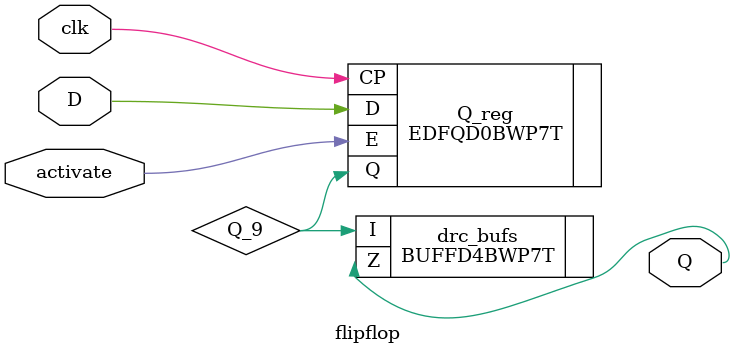
<source format=v>


// Verification Directory fv/flipflop 

module flipflop(clk, activate, D, Q);
  input clk, activate, D;
  output Q;
  wire clk, activate, D;
  wire Q;
  wire Q_9;
  EDFQD0BWP7T Q_reg(.CP (clk), .D (D), .E (activate), .Q (Q_9));
  BUFFD4BWP7T drc_bufs(.I (Q_9), .Z (Q));
endmodule


</source>
